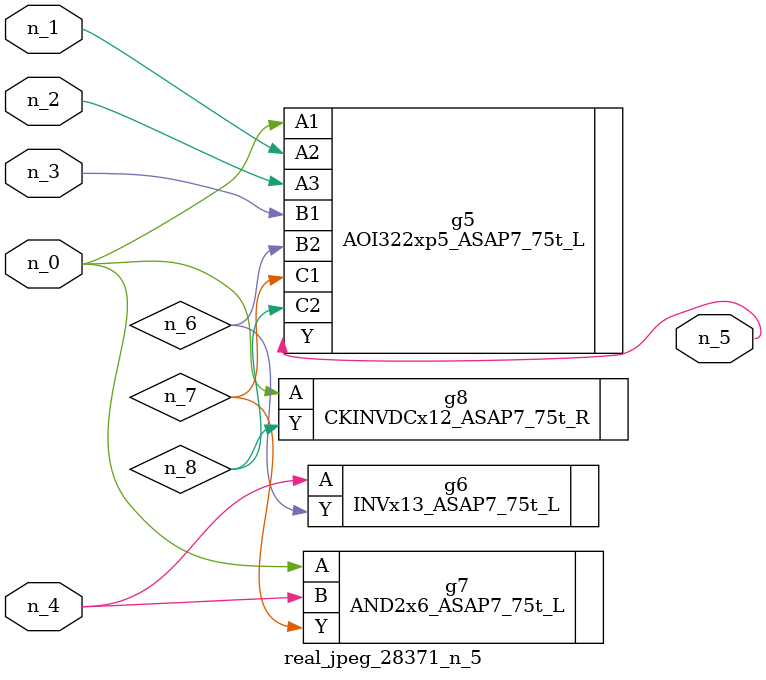
<source format=v>
module real_jpeg_28371_n_5 (n_4, n_0, n_1, n_2, n_3, n_5);

input n_4;
input n_0;
input n_1;
input n_2;
input n_3;

output n_5;

wire n_8;
wire n_6;
wire n_7;

AOI322xp5_ASAP7_75t_L g5 ( 
.A1(n_0),
.A2(n_1),
.A3(n_2),
.B1(n_3),
.B2(n_6),
.C1(n_7),
.C2(n_8),
.Y(n_5)
);

AND2x6_ASAP7_75t_L g7 ( 
.A(n_0),
.B(n_4),
.Y(n_7)
);

CKINVDCx12_ASAP7_75t_R g8 ( 
.A(n_0),
.Y(n_8)
);

INVx13_ASAP7_75t_L g6 ( 
.A(n_4),
.Y(n_6)
);


endmodule
</source>
